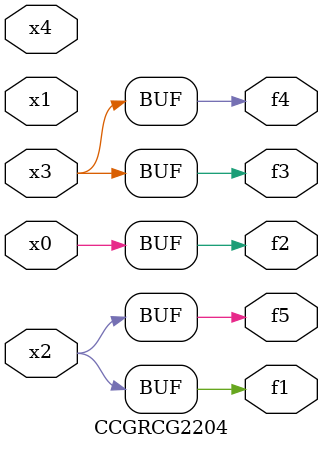
<source format=v>
module CCGRCG2204(
	input x0, x1, x2, x3, x4,
	output f1, f2, f3, f4, f5
);
	assign f1 = x2;
	assign f2 = x0;
	assign f3 = x3;
	assign f4 = x3;
	assign f5 = x2;
endmodule

</source>
